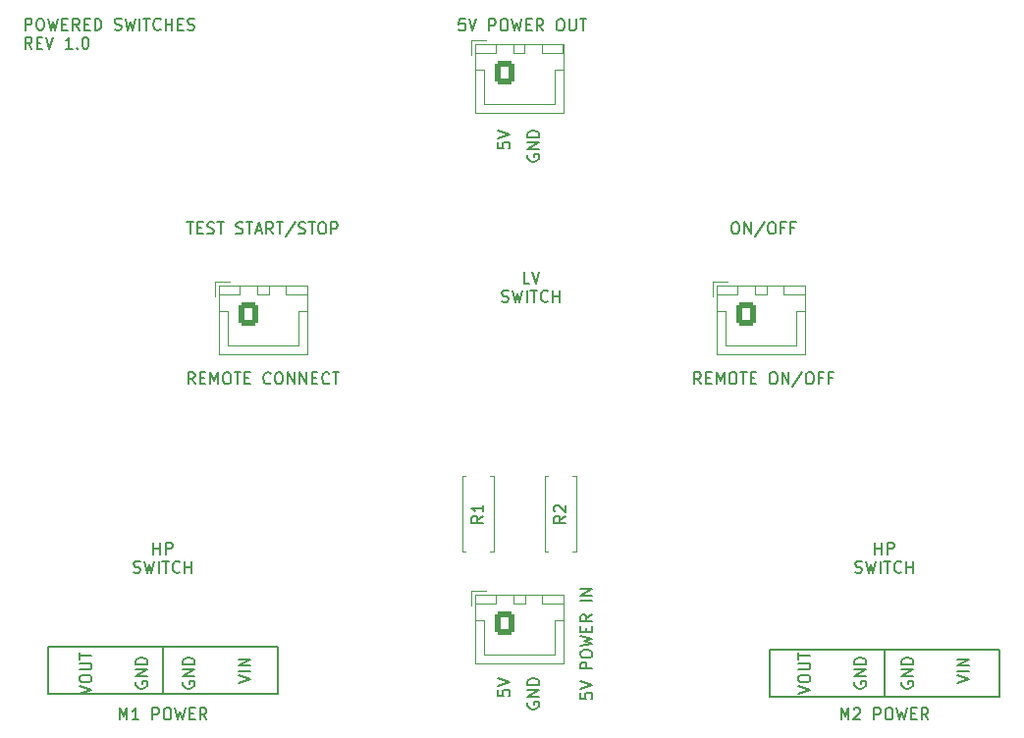
<source format=gto>
%TF.GenerationSoftware,KiCad,Pcbnew,6.0.11-2627ca5db0~126~ubuntu20.04.1*%
%TF.CreationDate,2023-02-06T13:11:46-05:00*%
%TF.ProjectId,PowerSwitches,506f7765-7253-4776-9974-636865732e6b,rev?*%
%TF.SameCoordinates,Original*%
%TF.FileFunction,Legend,Top*%
%TF.FilePolarity,Positive*%
%FSLAX46Y46*%
G04 Gerber Fmt 4.6, Leading zero omitted, Abs format (unit mm)*
G04 Created by KiCad (PCBNEW 6.0.11-2627ca5db0~126~ubuntu20.04.1) date 2023-02-06 13:11:46*
%MOMM*%
%LPD*%
G01*
G04 APERTURE LIST*
G04 Aperture macros list*
%AMRoundRect*
0 Rectangle with rounded corners*
0 $1 Rounding radius*
0 $2 $3 $4 $5 $6 $7 $8 $9 X,Y pos of 4 corners*
0 Add a 4 corners polygon primitive as box body*
4,1,4,$2,$3,$4,$5,$6,$7,$8,$9,$2,$3,0*
0 Add four circle primitives for the rounded corners*
1,1,$1+$1,$2,$3*
1,1,$1+$1,$4,$5*
1,1,$1+$1,$6,$7*
1,1,$1+$1,$8,$9*
0 Add four rect primitives between the rounded corners*
20,1,$1+$1,$2,$3,$4,$5,0*
20,1,$1+$1,$4,$5,$6,$7,0*
20,1,$1+$1,$6,$7,$8,$9,0*
20,1,$1+$1,$8,$9,$2,$3,0*%
G04 Aperture macros list end*
%ADD10C,0.150000*%
%ADD11C,0.120000*%
%ADD12C,1.524000*%
%ADD13C,7.200000*%
%ADD14RoundRect,0.250000X-0.600000X-0.750000X0.600000X-0.750000X0.600000X0.750000X-0.600000X0.750000X0*%
%ADD15O,1.700000X2.000000*%
%ADD16C,1.600000*%
%ADD17O,1.600000X1.600000*%
G04 APERTURE END LIST*
D10*
X105664000Y-99568000D02*
X115570000Y-99568000D01*
X115570000Y-99568000D02*
X115570000Y-103632000D01*
X115570000Y-103632000D02*
X105664000Y-103632000D01*
X105664000Y-103632000D02*
X105664000Y-99568000D01*
X115570000Y-99568000D02*
X125476000Y-99568000D01*
X125476000Y-99568000D02*
X125476000Y-103632000D01*
X125476000Y-103632000D02*
X115570000Y-103632000D01*
X115570000Y-103632000D02*
X115570000Y-99568000D01*
X177800000Y-99822000D02*
X187706000Y-99822000D01*
X187706000Y-99822000D02*
X187706000Y-103886000D01*
X187706000Y-103886000D02*
X177800000Y-103886000D01*
X177800000Y-103886000D02*
X177800000Y-99822000D01*
X167894000Y-99822000D02*
X177800000Y-99822000D01*
X177800000Y-99822000D02*
X177800000Y-103886000D01*
X177800000Y-103886000D02*
X167894000Y-103886000D01*
X167894000Y-103886000D02*
X167894000Y-99822000D01*
X151598380Y-103575904D02*
X151598380Y-104052095D01*
X152074571Y-104099714D01*
X152026952Y-104052095D01*
X151979333Y-103956857D01*
X151979333Y-103718761D01*
X152026952Y-103623523D01*
X152074571Y-103575904D01*
X152169809Y-103528285D01*
X152407904Y-103528285D01*
X152503142Y-103575904D01*
X152550761Y-103623523D01*
X152598380Y-103718761D01*
X152598380Y-103956857D01*
X152550761Y-104052095D01*
X152503142Y-104099714D01*
X151598380Y-103242571D02*
X152598380Y-102909238D01*
X151598380Y-102575904D01*
X152598380Y-101480666D02*
X151598380Y-101480666D01*
X151598380Y-101099714D01*
X151646000Y-101004476D01*
X151693619Y-100956857D01*
X151788857Y-100909238D01*
X151931714Y-100909238D01*
X152026952Y-100956857D01*
X152074571Y-101004476D01*
X152122190Y-101099714D01*
X152122190Y-101480666D01*
X151598380Y-100290190D02*
X151598380Y-100099714D01*
X151646000Y-100004476D01*
X151741238Y-99909238D01*
X151931714Y-99861619D01*
X152265047Y-99861619D01*
X152455523Y-99909238D01*
X152550761Y-100004476D01*
X152598380Y-100099714D01*
X152598380Y-100290190D01*
X152550761Y-100385428D01*
X152455523Y-100480666D01*
X152265047Y-100528285D01*
X151931714Y-100528285D01*
X151741238Y-100480666D01*
X151646000Y-100385428D01*
X151598380Y-100290190D01*
X151598380Y-99528285D02*
X152598380Y-99290190D01*
X151884095Y-99099714D01*
X152598380Y-98909238D01*
X151598380Y-98671142D01*
X152074571Y-98290190D02*
X152074571Y-97956857D01*
X152598380Y-97814000D02*
X152598380Y-98290190D01*
X151598380Y-98290190D01*
X151598380Y-97814000D01*
X152598380Y-96814000D02*
X152122190Y-97147333D01*
X152598380Y-97385428D02*
X151598380Y-97385428D01*
X151598380Y-97004476D01*
X151646000Y-96909238D01*
X151693619Y-96861619D01*
X151788857Y-96814000D01*
X151931714Y-96814000D01*
X152026952Y-96861619D01*
X152074571Y-96909238D01*
X152122190Y-97004476D01*
X152122190Y-97385428D01*
X152598380Y-95623523D02*
X151598380Y-95623523D01*
X152598380Y-95147333D02*
X151598380Y-95147333D01*
X152598380Y-94575904D01*
X151598380Y-94575904D01*
X108418380Y-103615904D02*
X109418380Y-103282571D01*
X108418380Y-102949238D01*
X108418380Y-102425428D02*
X108418380Y-102234952D01*
X108466000Y-102139714D01*
X108561238Y-102044476D01*
X108751714Y-101996857D01*
X109085047Y-101996857D01*
X109275523Y-102044476D01*
X109370761Y-102139714D01*
X109418380Y-102234952D01*
X109418380Y-102425428D01*
X109370761Y-102520666D01*
X109275523Y-102615904D01*
X109085047Y-102663523D01*
X108751714Y-102663523D01*
X108561238Y-102615904D01*
X108466000Y-102520666D01*
X108418380Y-102425428D01*
X108418380Y-101568285D02*
X109227904Y-101568285D01*
X109323142Y-101520666D01*
X109370761Y-101473047D01*
X109418380Y-101377809D01*
X109418380Y-101187333D01*
X109370761Y-101092095D01*
X109323142Y-101044476D01*
X109227904Y-100996857D01*
X108418380Y-100996857D01*
X108418380Y-100663523D02*
X108418380Y-100092095D01*
X109418380Y-100377809D02*
X108418380Y-100377809D01*
X175268000Y-102615904D02*
X175220380Y-102711142D01*
X175220380Y-102854000D01*
X175268000Y-102996857D01*
X175363238Y-103092095D01*
X175458476Y-103139714D01*
X175648952Y-103187333D01*
X175791809Y-103187333D01*
X175982285Y-103139714D01*
X176077523Y-103092095D01*
X176172761Y-102996857D01*
X176220380Y-102854000D01*
X176220380Y-102758761D01*
X176172761Y-102615904D01*
X176125142Y-102568285D01*
X175791809Y-102568285D01*
X175791809Y-102758761D01*
X176220380Y-102139714D02*
X175220380Y-102139714D01*
X176220380Y-101568285D01*
X175220380Y-101568285D01*
X176220380Y-101092095D02*
X175220380Y-101092095D01*
X175220380Y-100854000D01*
X175268000Y-100711142D01*
X175363238Y-100615904D01*
X175458476Y-100568285D01*
X175648952Y-100520666D01*
X175791809Y-100520666D01*
X175982285Y-100568285D01*
X176077523Y-100615904D01*
X176172761Y-100711142D01*
X176220380Y-100854000D01*
X176220380Y-101092095D01*
X147074000Y-57149904D02*
X147026380Y-57245142D01*
X147026380Y-57388000D01*
X147074000Y-57530857D01*
X147169238Y-57626095D01*
X147264476Y-57673714D01*
X147454952Y-57721333D01*
X147597809Y-57721333D01*
X147788285Y-57673714D01*
X147883523Y-57626095D01*
X147978761Y-57530857D01*
X148026380Y-57388000D01*
X148026380Y-57292761D01*
X147978761Y-57149904D01*
X147931142Y-57102285D01*
X147597809Y-57102285D01*
X147597809Y-57292761D01*
X148026380Y-56673714D02*
X147026380Y-56673714D01*
X148026380Y-56102285D01*
X147026380Y-56102285D01*
X148026380Y-55626095D02*
X147026380Y-55626095D01*
X147026380Y-55388000D01*
X147074000Y-55245142D01*
X147169238Y-55149904D01*
X147264476Y-55102285D01*
X147454952Y-55054666D01*
X147597809Y-55054666D01*
X147788285Y-55102285D01*
X147883523Y-55149904D01*
X147978761Y-55245142D01*
X148026380Y-55388000D01*
X148026380Y-55626095D01*
X118348857Y-76906380D02*
X118015523Y-76430190D01*
X117777428Y-76906380D02*
X117777428Y-75906380D01*
X118158380Y-75906380D01*
X118253619Y-75954000D01*
X118301238Y-76001619D01*
X118348857Y-76096857D01*
X118348857Y-76239714D01*
X118301238Y-76334952D01*
X118253619Y-76382571D01*
X118158380Y-76430190D01*
X117777428Y-76430190D01*
X118777428Y-76382571D02*
X119110761Y-76382571D01*
X119253619Y-76906380D02*
X118777428Y-76906380D01*
X118777428Y-75906380D01*
X119253619Y-75906380D01*
X119682190Y-76906380D02*
X119682190Y-75906380D01*
X120015523Y-76620666D01*
X120348857Y-75906380D01*
X120348857Y-76906380D01*
X121015523Y-75906380D02*
X121206000Y-75906380D01*
X121301238Y-75954000D01*
X121396476Y-76049238D01*
X121444095Y-76239714D01*
X121444095Y-76573047D01*
X121396476Y-76763523D01*
X121301238Y-76858761D01*
X121206000Y-76906380D01*
X121015523Y-76906380D01*
X120920285Y-76858761D01*
X120825047Y-76763523D01*
X120777428Y-76573047D01*
X120777428Y-76239714D01*
X120825047Y-76049238D01*
X120920285Y-75954000D01*
X121015523Y-75906380D01*
X121729809Y-75906380D02*
X122301238Y-75906380D01*
X122015523Y-76906380D02*
X122015523Y-75906380D01*
X122634571Y-76382571D02*
X122967904Y-76382571D01*
X123110761Y-76906380D02*
X122634571Y-76906380D01*
X122634571Y-75906380D01*
X123110761Y-75906380D01*
X124872666Y-76811142D02*
X124825047Y-76858761D01*
X124682190Y-76906380D01*
X124586952Y-76906380D01*
X124444095Y-76858761D01*
X124348857Y-76763523D01*
X124301238Y-76668285D01*
X124253619Y-76477809D01*
X124253619Y-76334952D01*
X124301238Y-76144476D01*
X124348857Y-76049238D01*
X124444095Y-75954000D01*
X124586952Y-75906380D01*
X124682190Y-75906380D01*
X124825047Y-75954000D01*
X124872666Y-76001619D01*
X125491714Y-75906380D02*
X125682190Y-75906380D01*
X125777428Y-75954000D01*
X125872666Y-76049238D01*
X125920285Y-76239714D01*
X125920285Y-76573047D01*
X125872666Y-76763523D01*
X125777428Y-76858761D01*
X125682190Y-76906380D01*
X125491714Y-76906380D01*
X125396476Y-76858761D01*
X125301238Y-76763523D01*
X125253619Y-76573047D01*
X125253619Y-76239714D01*
X125301238Y-76049238D01*
X125396476Y-75954000D01*
X125491714Y-75906380D01*
X126348857Y-76906380D02*
X126348857Y-75906380D01*
X126920285Y-76906380D01*
X126920285Y-75906380D01*
X127396476Y-76906380D02*
X127396476Y-75906380D01*
X127967904Y-76906380D01*
X127967904Y-75906380D01*
X128444095Y-76382571D02*
X128777428Y-76382571D01*
X128920285Y-76906380D02*
X128444095Y-76906380D01*
X128444095Y-75906380D01*
X128920285Y-75906380D01*
X129920285Y-76811142D02*
X129872666Y-76858761D01*
X129729809Y-76906380D01*
X129634571Y-76906380D01*
X129491714Y-76858761D01*
X129396476Y-76763523D01*
X129348857Y-76668285D01*
X129301238Y-76477809D01*
X129301238Y-76334952D01*
X129348857Y-76144476D01*
X129396476Y-76049238D01*
X129491714Y-75954000D01*
X129634571Y-75906380D01*
X129729809Y-75906380D01*
X129872666Y-75954000D01*
X129920285Y-76001619D01*
X130206000Y-75906380D02*
X130777428Y-75906380D01*
X130491714Y-76906380D02*
X130491714Y-75906380D01*
X114784285Y-91595380D02*
X114784285Y-90595380D01*
X114784285Y-91071571D02*
X115355714Y-91071571D01*
X115355714Y-91595380D02*
X115355714Y-90595380D01*
X115831904Y-91595380D02*
X115831904Y-90595380D01*
X116212857Y-90595380D01*
X116308095Y-90643000D01*
X116355714Y-90690619D01*
X116403333Y-90785857D01*
X116403333Y-90928714D01*
X116355714Y-91023952D01*
X116308095Y-91071571D01*
X116212857Y-91119190D01*
X115831904Y-91119190D01*
X113070000Y-93157761D02*
X113212857Y-93205380D01*
X113450952Y-93205380D01*
X113546190Y-93157761D01*
X113593809Y-93110142D01*
X113641428Y-93014904D01*
X113641428Y-92919666D01*
X113593809Y-92824428D01*
X113546190Y-92776809D01*
X113450952Y-92729190D01*
X113260476Y-92681571D01*
X113165238Y-92633952D01*
X113117619Y-92586333D01*
X113070000Y-92491095D01*
X113070000Y-92395857D01*
X113117619Y-92300619D01*
X113165238Y-92253000D01*
X113260476Y-92205380D01*
X113498571Y-92205380D01*
X113641428Y-92253000D01*
X113974761Y-92205380D02*
X114212857Y-93205380D01*
X114403333Y-92491095D01*
X114593809Y-93205380D01*
X114831904Y-92205380D01*
X115212857Y-93205380D02*
X115212857Y-92205380D01*
X115546190Y-92205380D02*
X116117619Y-92205380D01*
X115831904Y-93205380D02*
X115831904Y-92205380D01*
X117022380Y-93110142D02*
X116974761Y-93157761D01*
X116831904Y-93205380D01*
X116736666Y-93205380D01*
X116593809Y-93157761D01*
X116498571Y-93062523D01*
X116450952Y-92967285D01*
X116403333Y-92776809D01*
X116403333Y-92633952D01*
X116450952Y-92443476D01*
X116498571Y-92348238D01*
X116593809Y-92253000D01*
X116736666Y-92205380D01*
X116831904Y-92205380D01*
X116974761Y-92253000D01*
X117022380Y-92300619D01*
X117450952Y-93205380D02*
X117450952Y-92205380D01*
X117450952Y-92681571D02*
X118022380Y-92681571D01*
X118022380Y-93205380D02*
X118022380Y-92205380D01*
X177014285Y-91595380D02*
X177014285Y-90595380D01*
X177014285Y-91071571D02*
X177585714Y-91071571D01*
X177585714Y-91595380D02*
X177585714Y-90595380D01*
X178061904Y-91595380D02*
X178061904Y-90595380D01*
X178442857Y-90595380D01*
X178538095Y-90643000D01*
X178585714Y-90690619D01*
X178633333Y-90785857D01*
X178633333Y-90928714D01*
X178585714Y-91023952D01*
X178538095Y-91071571D01*
X178442857Y-91119190D01*
X178061904Y-91119190D01*
X175300000Y-93157761D02*
X175442857Y-93205380D01*
X175680952Y-93205380D01*
X175776190Y-93157761D01*
X175823809Y-93110142D01*
X175871428Y-93014904D01*
X175871428Y-92919666D01*
X175823809Y-92824428D01*
X175776190Y-92776809D01*
X175680952Y-92729190D01*
X175490476Y-92681571D01*
X175395238Y-92633952D01*
X175347619Y-92586333D01*
X175300000Y-92491095D01*
X175300000Y-92395857D01*
X175347619Y-92300619D01*
X175395238Y-92253000D01*
X175490476Y-92205380D01*
X175728571Y-92205380D01*
X175871428Y-92253000D01*
X176204761Y-92205380D02*
X176442857Y-93205380D01*
X176633333Y-92491095D01*
X176823809Y-93205380D01*
X177061904Y-92205380D01*
X177442857Y-93205380D02*
X177442857Y-92205380D01*
X177776190Y-92205380D02*
X178347619Y-92205380D01*
X178061904Y-93205380D02*
X178061904Y-92205380D01*
X179252380Y-93110142D02*
X179204761Y-93157761D01*
X179061904Y-93205380D01*
X178966666Y-93205380D01*
X178823809Y-93157761D01*
X178728571Y-93062523D01*
X178680952Y-92967285D01*
X178633333Y-92776809D01*
X178633333Y-92633952D01*
X178680952Y-92443476D01*
X178728571Y-92348238D01*
X178823809Y-92253000D01*
X178966666Y-92205380D01*
X179061904Y-92205380D01*
X179204761Y-92253000D01*
X179252380Y-92300619D01*
X179680952Y-93205380D02*
X179680952Y-92205380D01*
X179680952Y-92681571D02*
X180252380Y-92681571D01*
X180252380Y-93205380D02*
X180252380Y-92205380D01*
X184110380Y-102695238D02*
X185110380Y-102361904D01*
X184110380Y-102028571D01*
X185110380Y-101695238D02*
X184110380Y-101695238D01*
X185110380Y-101219047D02*
X184110380Y-101219047D01*
X185110380Y-100647619D01*
X184110380Y-100647619D01*
X170394380Y-103615904D02*
X171394380Y-103282571D01*
X170394380Y-102949238D01*
X170394380Y-102425428D02*
X170394380Y-102234952D01*
X170442000Y-102139714D01*
X170537238Y-102044476D01*
X170727714Y-101996857D01*
X171061047Y-101996857D01*
X171251523Y-102044476D01*
X171346761Y-102139714D01*
X171394380Y-102234952D01*
X171394380Y-102425428D01*
X171346761Y-102520666D01*
X171251523Y-102615904D01*
X171061047Y-102663523D01*
X170727714Y-102663523D01*
X170537238Y-102615904D01*
X170442000Y-102520666D01*
X170394380Y-102425428D01*
X170394380Y-101568285D02*
X171203904Y-101568285D01*
X171299142Y-101520666D01*
X171346761Y-101473047D01*
X171394380Y-101377809D01*
X171394380Y-101187333D01*
X171346761Y-101092095D01*
X171299142Y-101044476D01*
X171203904Y-100996857D01*
X170394380Y-100996857D01*
X170394380Y-100663523D02*
X170394380Y-100092095D01*
X171394380Y-100377809D02*
X170394380Y-100377809D01*
X141629428Y-45426380D02*
X141153238Y-45426380D01*
X141105619Y-45902571D01*
X141153238Y-45854952D01*
X141248476Y-45807333D01*
X141486571Y-45807333D01*
X141581809Y-45854952D01*
X141629428Y-45902571D01*
X141677047Y-45997809D01*
X141677047Y-46235904D01*
X141629428Y-46331142D01*
X141581809Y-46378761D01*
X141486571Y-46426380D01*
X141248476Y-46426380D01*
X141153238Y-46378761D01*
X141105619Y-46331142D01*
X141962761Y-45426380D02*
X142296095Y-46426380D01*
X142629428Y-45426380D01*
X143724666Y-46426380D02*
X143724666Y-45426380D01*
X144105619Y-45426380D01*
X144200857Y-45474000D01*
X144248476Y-45521619D01*
X144296095Y-45616857D01*
X144296095Y-45759714D01*
X144248476Y-45854952D01*
X144200857Y-45902571D01*
X144105619Y-45950190D01*
X143724666Y-45950190D01*
X144915142Y-45426380D02*
X145105619Y-45426380D01*
X145200857Y-45474000D01*
X145296095Y-45569238D01*
X145343714Y-45759714D01*
X145343714Y-46093047D01*
X145296095Y-46283523D01*
X145200857Y-46378761D01*
X145105619Y-46426380D01*
X144915142Y-46426380D01*
X144819904Y-46378761D01*
X144724666Y-46283523D01*
X144677047Y-46093047D01*
X144677047Y-45759714D01*
X144724666Y-45569238D01*
X144819904Y-45474000D01*
X144915142Y-45426380D01*
X145677047Y-45426380D02*
X145915142Y-46426380D01*
X146105619Y-45712095D01*
X146296095Y-46426380D01*
X146534190Y-45426380D01*
X146915142Y-45902571D02*
X147248476Y-45902571D01*
X147391333Y-46426380D02*
X146915142Y-46426380D01*
X146915142Y-45426380D01*
X147391333Y-45426380D01*
X148391333Y-46426380D02*
X148058000Y-45950190D01*
X147819904Y-46426380D02*
X147819904Y-45426380D01*
X148200857Y-45426380D01*
X148296095Y-45474000D01*
X148343714Y-45521619D01*
X148391333Y-45616857D01*
X148391333Y-45759714D01*
X148343714Y-45854952D01*
X148296095Y-45902571D01*
X148200857Y-45950190D01*
X147819904Y-45950190D01*
X149772285Y-45426380D02*
X149962761Y-45426380D01*
X150058000Y-45474000D01*
X150153238Y-45569238D01*
X150200857Y-45759714D01*
X150200857Y-46093047D01*
X150153238Y-46283523D01*
X150058000Y-46378761D01*
X149962761Y-46426380D01*
X149772285Y-46426380D01*
X149677047Y-46378761D01*
X149581809Y-46283523D01*
X149534190Y-46093047D01*
X149534190Y-45759714D01*
X149581809Y-45569238D01*
X149677047Y-45474000D01*
X149772285Y-45426380D01*
X150629428Y-45426380D02*
X150629428Y-46235904D01*
X150677047Y-46331142D01*
X150724666Y-46378761D01*
X150819904Y-46426380D01*
X151010380Y-46426380D01*
X151105619Y-46378761D01*
X151153238Y-46331142D01*
X151200857Y-46235904D01*
X151200857Y-45426380D01*
X151534190Y-45426380D02*
X152105619Y-45426380D01*
X151819904Y-46426380D02*
X151819904Y-45426380D01*
X111831904Y-105862380D02*
X111831904Y-104862380D01*
X112165238Y-105576666D01*
X112498571Y-104862380D01*
X112498571Y-105862380D01*
X113498571Y-105862380D02*
X112927142Y-105862380D01*
X113212857Y-105862380D02*
X113212857Y-104862380D01*
X113117619Y-105005238D01*
X113022380Y-105100476D01*
X112927142Y-105148095D01*
X114689047Y-105862380D02*
X114689047Y-104862380D01*
X115070000Y-104862380D01*
X115165238Y-104910000D01*
X115212857Y-104957619D01*
X115260476Y-105052857D01*
X115260476Y-105195714D01*
X115212857Y-105290952D01*
X115165238Y-105338571D01*
X115070000Y-105386190D01*
X114689047Y-105386190D01*
X115879523Y-104862380D02*
X116070000Y-104862380D01*
X116165238Y-104910000D01*
X116260476Y-105005238D01*
X116308095Y-105195714D01*
X116308095Y-105529047D01*
X116260476Y-105719523D01*
X116165238Y-105814761D01*
X116070000Y-105862380D01*
X115879523Y-105862380D01*
X115784285Y-105814761D01*
X115689047Y-105719523D01*
X115641428Y-105529047D01*
X115641428Y-105195714D01*
X115689047Y-105005238D01*
X115784285Y-104910000D01*
X115879523Y-104862380D01*
X116641428Y-104862380D02*
X116879523Y-105862380D01*
X117070000Y-105148095D01*
X117260476Y-105862380D01*
X117498571Y-104862380D01*
X117879523Y-105338571D02*
X118212857Y-105338571D01*
X118355714Y-105862380D02*
X117879523Y-105862380D01*
X117879523Y-104862380D01*
X118355714Y-104862380D01*
X119355714Y-105862380D02*
X119022380Y-105386190D01*
X118784285Y-105862380D02*
X118784285Y-104862380D01*
X119165238Y-104862380D01*
X119260476Y-104910000D01*
X119308095Y-104957619D01*
X119355714Y-105052857D01*
X119355714Y-105195714D01*
X119308095Y-105290952D01*
X119260476Y-105338571D01*
X119165238Y-105386190D01*
X118784285Y-105386190D01*
X161981238Y-76906380D02*
X161647904Y-76430190D01*
X161409809Y-76906380D02*
X161409809Y-75906380D01*
X161790761Y-75906380D01*
X161886000Y-75954000D01*
X161933619Y-76001619D01*
X161981238Y-76096857D01*
X161981238Y-76239714D01*
X161933619Y-76334952D01*
X161886000Y-76382571D01*
X161790761Y-76430190D01*
X161409809Y-76430190D01*
X162409809Y-76382571D02*
X162743142Y-76382571D01*
X162886000Y-76906380D02*
X162409809Y-76906380D01*
X162409809Y-75906380D01*
X162886000Y-75906380D01*
X163314571Y-76906380D02*
X163314571Y-75906380D01*
X163647904Y-76620666D01*
X163981238Y-75906380D01*
X163981238Y-76906380D01*
X164647904Y-75906380D02*
X164838380Y-75906380D01*
X164933619Y-75954000D01*
X165028857Y-76049238D01*
X165076476Y-76239714D01*
X165076476Y-76573047D01*
X165028857Y-76763523D01*
X164933619Y-76858761D01*
X164838380Y-76906380D01*
X164647904Y-76906380D01*
X164552666Y-76858761D01*
X164457428Y-76763523D01*
X164409809Y-76573047D01*
X164409809Y-76239714D01*
X164457428Y-76049238D01*
X164552666Y-75954000D01*
X164647904Y-75906380D01*
X165362190Y-75906380D02*
X165933619Y-75906380D01*
X165647904Y-76906380D02*
X165647904Y-75906380D01*
X166266952Y-76382571D02*
X166600285Y-76382571D01*
X166743142Y-76906380D02*
X166266952Y-76906380D01*
X166266952Y-75906380D01*
X166743142Y-75906380D01*
X168124095Y-75906380D02*
X168314571Y-75906380D01*
X168409809Y-75954000D01*
X168505047Y-76049238D01*
X168552666Y-76239714D01*
X168552666Y-76573047D01*
X168505047Y-76763523D01*
X168409809Y-76858761D01*
X168314571Y-76906380D01*
X168124095Y-76906380D01*
X168028857Y-76858761D01*
X167933619Y-76763523D01*
X167886000Y-76573047D01*
X167886000Y-76239714D01*
X167933619Y-76049238D01*
X168028857Y-75954000D01*
X168124095Y-75906380D01*
X168981238Y-76906380D02*
X168981238Y-75906380D01*
X169552666Y-76906380D01*
X169552666Y-75906380D01*
X170743142Y-75858761D02*
X169886000Y-77144476D01*
X171266952Y-75906380D02*
X171457428Y-75906380D01*
X171552666Y-75954000D01*
X171647904Y-76049238D01*
X171695523Y-76239714D01*
X171695523Y-76573047D01*
X171647904Y-76763523D01*
X171552666Y-76858761D01*
X171457428Y-76906380D01*
X171266952Y-76906380D01*
X171171714Y-76858761D01*
X171076476Y-76763523D01*
X171028857Y-76573047D01*
X171028857Y-76239714D01*
X171076476Y-76049238D01*
X171171714Y-75954000D01*
X171266952Y-75906380D01*
X172457428Y-76382571D02*
X172124095Y-76382571D01*
X172124095Y-76906380D02*
X172124095Y-75906380D01*
X172600285Y-75906380D01*
X173314571Y-76382571D02*
X172981238Y-76382571D01*
X172981238Y-76906380D02*
X172981238Y-75906380D01*
X173457428Y-75906380D01*
X122134380Y-102695238D02*
X123134380Y-102361904D01*
X122134380Y-102028571D01*
X123134380Y-101695238D02*
X122134380Y-101695238D01*
X123134380Y-101219047D02*
X122134380Y-101219047D01*
X123134380Y-100647619D01*
X122134380Y-100647619D01*
X144486380Y-103314476D02*
X144486380Y-103790666D01*
X144962571Y-103838285D01*
X144914952Y-103790666D01*
X144867333Y-103695428D01*
X144867333Y-103457333D01*
X144914952Y-103362095D01*
X144962571Y-103314476D01*
X145057809Y-103266857D01*
X145295904Y-103266857D01*
X145391142Y-103314476D01*
X145438761Y-103362095D01*
X145486380Y-103457333D01*
X145486380Y-103695428D01*
X145438761Y-103790666D01*
X145391142Y-103838285D01*
X144486380Y-102981142D02*
X145486380Y-102647809D01*
X144486380Y-102314476D01*
X117658380Y-62952380D02*
X118229809Y-62952380D01*
X117944095Y-63952380D02*
X117944095Y-62952380D01*
X118563142Y-63428571D02*
X118896476Y-63428571D01*
X119039333Y-63952380D02*
X118563142Y-63952380D01*
X118563142Y-62952380D01*
X119039333Y-62952380D01*
X119420285Y-63904761D02*
X119563142Y-63952380D01*
X119801238Y-63952380D01*
X119896476Y-63904761D01*
X119944095Y-63857142D01*
X119991714Y-63761904D01*
X119991714Y-63666666D01*
X119944095Y-63571428D01*
X119896476Y-63523809D01*
X119801238Y-63476190D01*
X119610761Y-63428571D01*
X119515523Y-63380952D01*
X119467904Y-63333333D01*
X119420285Y-63238095D01*
X119420285Y-63142857D01*
X119467904Y-63047619D01*
X119515523Y-63000000D01*
X119610761Y-62952380D01*
X119848857Y-62952380D01*
X119991714Y-63000000D01*
X120277428Y-62952380D02*
X120848857Y-62952380D01*
X120563142Y-63952380D02*
X120563142Y-62952380D01*
X121896476Y-63904761D02*
X122039333Y-63952380D01*
X122277428Y-63952380D01*
X122372666Y-63904761D01*
X122420285Y-63857142D01*
X122467904Y-63761904D01*
X122467904Y-63666666D01*
X122420285Y-63571428D01*
X122372666Y-63523809D01*
X122277428Y-63476190D01*
X122086952Y-63428571D01*
X121991714Y-63380952D01*
X121944095Y-63333333D01*
X121896476Y-63238095D01*
X121896476Y-63142857D01*
X121944095Y-63047619D01*
X121991714Y-63000000D01*
X122086952Y-62952380D01*
X122325047Y-62952380D01*
X122467904Y-63000000D01*
X122753619Y-62952380D02*
X123325047Y-62952380D01*
X123039333Y-63952380D02*
X123039333Y-62952380D01*
X123610761Y-63666666D02*
X124086952Y-63666666D01*
X123515523Y-63952380D02*
X123848857Y-62952380D01*
X124182190Y-63952380D01*
X125086952Y-63952380D02*
X124753619Y-63476190D01*
X124515523Y-63952380D02*
X124515523Y-62952380D01*
X124896476Y-62952380D01*
X124991714Y-63000000D01*
X125039333Y-63047619D01*
X125086952Y-63142857D01*
X125086952Y-63285714D01*
X125039333Y-63380952D01*
X124991714Y-63428571D01*
X124896476Y-63476190D01*
X124515523Y-63476190D01*
X125372666Y-62952380D02*
X125944095Y-62952380D01*
X125658380Y-63952380D02*
X125658380Y-62952380D01*
X126991714Y-62904761D02*
X126134571Y-64190476D01*
X127277428Y-63904761D02*
X127420285Y-63952380D01*
X127658380Y-63952380D01*
X127753619Y-63904761D01*
X127801238Y-63857142D01*
X127848857Y-63761904D01*
X127848857Y-63666666D01*
X127801238Y-63571428D01*
X127753619Y-63523809D01*
X127658380Y-63476190D01*
X127467904Y-63428571D01*
X127372666Y-63380952D01*
X127325047Y-63333333D01*
X127277428Y-63238095D01*
X127277428Y-63142857D01*
X127325047Y-63047619D01*
X127372666Y-63000000D01*
X127467904Y-62952380D01*
X127706000Y-62952380D01*
X127848857Y-63000000D01*
X128134571Y-62952380D02*
X128705999Y-62952380D01*
X128420285Y-63952380D02*
X128420285Y-62952380D01*
X129229809Y-62952380D02*
X129420285Y-62952380D01*
X129515523Y-63000000D01*
X129610761Y-63095238D01*
X129658380Y-63285714D01*
X129658380Y-63619047D01*
X129610761Y-63809523D01*
X129515523Y-63904761D01*
X129420285Y-63952380D01*
X129229809Y-63952380D01*
X129134571Y-63904761D01*
X129039333Y-63809523D01*
X128991714Y-63619047D01*
X128991714Y-63285714D01*
X129039333Y-63095238D01*
X129134571Y-63000000D01*
X129229809Y-62952380D01*
X130086952Y-63952380D02*
X130086952Y-62952380D01*
X130467904Y-62952380D01*
X130563142Y-63000000D01*
X130610761Y-63047619D01*
X130658380Y-63142857D01*
X130658380Y-63285714D01*
X130610761Y-63380952D01*
X130563142Y-63428571D01*
X130467904Y-63476190D01*
X130086952Y-63476190D01*
X113292000Y-102615904D02*
X113244380Y-102711142D01*
X113244380Y-102854000D01*
X113292000Y-102996857D01*
X113387238Y-103092095D01*
X113482476Y-103139714D01*
X113672952Y-103187333D01*
X113815809Y-103187333D01*
X114006285Y-103139714D01*
X114101523Y-103092095D01*
X114196761Y-102996857D01*
X114244380Y-102854000D01*
X114244380Y-102758761D01*
X114196761Y-102615904D01*
X114149142Y-102568285D01*
X113815809Y-102568285D01*
X113815809Y-102758761D01*
X114244380Y-102139714D02*
X113244380Y-102139714D01*
X114244380Y-101568285D01*
X113244380Y-101568285D01*
X114244380Y-101092095D02*
X113244380Y-101092095D01*
X113244380Y-100854000D01*
X113292000Y-100711142D01*
X113387238Y-100615904D01*
X113482476Y-100568285D01*
X113672952Y-100520666D01*
X113815809Y-100520666D01*
X114006285Y-100568285D01*
X114101523Y-100615904D01*
X114196761Y-100711142D01*
X114244380Y-100854000D01*
X114244380Y-101092095D01*
X164862190Y-62952380D02*
X165052666Y-62952380D01*
X165147904Y-63000000D01*
X165243142Y-63095238D01*
X165290761Y-63285714D01*
X165290761Y-63619047D01*
X165243142Y-63809523D01*
X165147904Y-63904761D01*
X165052666Y-63952380D01*
X164862190Y-63952380D01*
X164766952Y-63904761D01*
X164671714Y-63809523D01*
X164624095Y-63619047D01*
X164624095Y-63285714D01*
X164671714Y-63095238D01*
X164766952Y-63000000D01*
X164862190Y-62952380D01*
X165719333Y-63952380D02*
X165719333Y-62952380D01*
X166290761Y-63952380D01*
X166290761Y-62952380D01*
X167481238Y-62904761D02*
X166624095Y-64190476D01*
X168005047Y-62952380D02*
X168195523Y-62952380D01*
X168290761Y-63000000D01*
X168386000Y-63095238D01*
X168433619Y-63285714D01*
X168433619Y-63619047D01*
X168386000Y-63809523D01*
X168290761Y-63904761D01*
X168195523Y-63952380D01*
X168005047Y-63952380D01*
X167909809Y-63904761D01*
X167814571Y-63809523D01*
X167766952Y-63619047D01*
X167766952Y-63285714D01*
X167814571Y-63095238D01*
X167909809Y-63000000D01*
X168005047Y-62952380D01*
X169195523Y-63428571D02*
X168862190Y-63428571D01*
X168862190Y-63952380D02*
X168862190Y-62952380D01*
X169338380Y-62952380D01*
X170052666Y-63428571D02*
X169719333Y-63428571D01*
X169719333Y-63952380D02*
X169719333Y-62952380D01*
X170195523Y-62952380D01*
X117356000Y-102615904D02*
X117308380Y-102711142D01*
X117308380Y-102854000D01*
X117356000Y-102996857D01*
X117451238Y-103092095D01*
X117546476Y-103139714D01*
X117736952Y-103187333D01*
X117879809Y-103187333D01*
X118070285Y-103139714D01*
X118165523Y-103092095D01*
X118260761Y-102996857D01*
X118308380Y-102854000D01*
X118308380Y-102758761D01*
X118260761Y-102615904D01*
X118213142Y-102568285D01*
X117879809Y-102568285D01*
X117879809Y-102758761D01*
X118308380Y-102139714D02*
X117308380Y-102139714D01*
X118308380Y-101568285D01*
X117308380Y-101568285D01*
X118308380Y-101092095D02*
X117308380Y-101092095D01*
X117308380Y-100854000D01*
X117356000Y-100711142D01*
X117451238Y-100615904D01*
X117546476Y-100568285D01*
X117736952Y-100520666D01*
X117879809Y-100520666D01*
X118070285Y-100568285D01*
X118165523Y-100615904D01*
X118260761Y-100711142D01*
X118308380Y-100854000D01*
X118308380Y-101092095D01*
X174061904Y-105862380D02*
X174061904Y-104862380D01*
X174395238Y-105576666D01*
X174728571Y-104862380D01*
X174728571Y-105862380D01*
X175157142Y-104957619D02*
X175204761Y-104910000D01*
X175300000Y-104862380D01*
X175538095Y-104862380D01*
X175633333Y-104910000D01*
X175680952Y-104957619D01*
X175728571Y-105052857D01*
X175728571Y-105148095D01*
X175680952Y-105290952D01*
X175109523Y-105862380D01*
X175728571Y-105862380D01*
X176919047Y-105862380D02*
X176919047Y-104862380D01*
X177300000Y-104862380D01*
X177395238Y-104910000D01*
X177442857Y-104957619D01*
X177490476Y-105052857D01*
X177490476Y-105195714D01*
X177442857Y-105290952D01*
X177395238Y-105338571D01*
X177300000Y-105386190D01*
X176919047Y-105386190D01*
X178109523Y-104862380D02*
X178300000Y-104862380D01*
X178395238Y-104910000D01*
X178490476Y-105005238D01*
X178538095Y-105195714D01*
X178538095Y-105529047D01*
X178490476Y-105719523D01*
X178395238Y-105814761D01*
X178300000Y-105862380D01*
X178109523Y-105862380D01*
X178014285Y-105814761D01*
X177919047Y-105719523D01*
X177871428Y-105529047D01*
X177871428Y-105195714D01*
X177919047Y-105005238D01*
X178014285Y-104910000D01*
X178109523Y-104862380D01*
X178871428Y-104862380D02*
X179109523Y-105862380D01*
X179300000Y-105148095D01*
X179490476Y-105862380D01*
X179728571Y-104862380D01*
X180109523Y-105338571D02*
X180442857Y-105338571D01*
X180585714Y-105862380D02*
X180109523Y-105862380D01*
X180109523Y-104862380D01*
X180585714Y-104862380D01*
X181585714Y-105862380D02*
X181252380Y-105386190D01*
X181014285Y-105862380D02*
X181014285Y-104862380D01*
X181395238Y-104862380D01*
X181490476Y-104910000D01*
X181538095Y-104957619D01*
X181585714Y-105052857D01*
X181585714Y-105195714D01*
X181538095Y-105290952D01*
X181490476Y-105338571D01*
X181395238Y-105386190D01*
X181014285Y-105386190D01*
X144486380Y-56070476D02*
X144486380Y-56546666D01*
X144962571Y-56594285D01*
X144914952Y-56546666D01*
X144867333Y-56451428D01*
X144867333Y-56213333D01*
X144914952Y-56118095D01*
X144962571Y-56070476D01*
X145057809Y-56022857D01*
X145295904Y-56022857D01*
X145391142Y-56070476D01*
X145438761Y-56118095D01*
X145486380Y-56213333D01*
X145486380Y-56451428D01*
X145438761Y-56546666D01*
X145391142Y-56594285D01*
X144486380Y-55737142D02*
X145486380Y-55403809D01*
X144486380Y-55070476D01*
X147200952Y-68227380D02*
X146724761Y-68227380D01*
X146724761Y-67227380D01*
X147391428Y-67227380D02*
X147724761Y-68227380D01*
X148058095Y-67227380D01*
X144820000Y-69789761D02*
X144962857Y-69837380D01*
X145200952Y-69837380D01*
X145296190Y-69789761D01*
X145343809Y-69742142D01*
X145391428Y-69646904D01*
X145391428Y-69551666D01*
X145343809Y-69456428D01*
X145296190Y-69408809D01*
X145200952Y-69361190D01*
X145010476Y-69313571D01*
X144915238Y-69265952D01*
X144867619Y-69218333D01*
X144820000Y-69123095D01*
X144820000Y-69027857D01*
X144867619Y-68932619D01*
X144915238Y-68885000D01*
X145010476Y-68837380D01*
X145248571Y-68837380D01*
X145391428Y-68885000D01*
X145724761Y-68837380D02*
X145962857Y-69837380D01*
X146153333Y-69123095D01*
X146343809Y-69837380D01*
X146581904Y-68837380D01*
X146962857Y-69837380D02*
X146962857Y-68837380D01*
X147296190Y-68837380D02*
X147867619Y-68837380D01*
X147581904Y-69837380D02*
X147581904Y-68837380D01*
X148772380Y-69742142D02*
X148724761Y-69789761D01*
X148581904Y-69837380D01*
X148486666Y-69837380D01*
X148343809Y-69789761D01*
X148248571Y-69694523D01*
X148200952Y-69599285D01*
X148153333Y-69408809D01*
X148153333Y-69265952D01*
X148200952Y-69075476D01*
X148248571Y-68980238D01*
X148343809Y-68885000D01*
X148486666Y-68837380D01*
X148581904Y-68837380D01*
X148724761Y-68885000D01*
X148772380Y-68932619D01*
X149200952Y-69837380D02*
X149200952Y-68837380D01*
X149200952Y-69313571D02*
X149772380Y-69313571D01*
X149772380Y-69837380D02*
X149772380Y-68837380D01*
X179332000Y-102615904D02*
X179284380Y-102711142D01*
X179284380Y-102854000D01*
X179332000Y-102996857D01*
X179427238Y-103092095D01*
X179522476Y-103139714D01*
X179712952Y-103187333D01*
X179855809Y-103187333D01*
X180046285Y-103139714D01*
X180141523Y-103092095D01*
X180236761Y-102996857D01*
X180284380Y-102854000D01*
X180284380Y-102758761D01*
X180236761Y-102615904D01*
X180189142Y-102568285D01*
X179855809Y-102568285D01*
X179855809Y-102758761D01*
X180284380Y-102139714D02*
X179284380Y-102139714D01*
X180284380Y-101568285D01*
X179284380Y-101568285D01*
X180284380Y-101092095D02*
X179284380Y-101092095D01*
X179284380Y-100854000D01*
X179332000Y-100711142D01*
X179427238Y-100615904D01*
X179522476Y-100568285D01*
X179712952Y-100520666D01*
X179855809Y-100520666D01*
X180046285Y-100568285D01*
X180141523Y-100615904D01*
X180236761Y-100711142D01*
X180284380Y-100854000D01*
X180284380Y-101092095D01*
X147074000Y-104393904D02*
X147026380Y-104489142D01*
X147026380Y-104632000D01*
X147074000Y-104774857D01*
X147169238Y-104870095D01*
X147264476Y-104917714D01*
X147454952Y-104965333D01*
X147597809Y-104965333D01*
X147788285Y-104917714D01*
X147883523Y-104870095D01*
X147978761Y-104774857D01*
X148026380Y-104632000D01*
X148026380Y-104536761D01*
X147978761Y-104393904D01*
X147931142Y-104346285D01*
X147597809Y-104346285D01*
X147597809Y-104536761D01*
X148026380Y-103917714D02*
X147026380Y-103917714D01*
X148026380Y-103346285D01*
X147026380Y-103346285D01*
X148026380Y-102870095D02*
X147026380Y-102870095D01*
X147026380Y-102632000D01*
X147074000Y-102489142D01*
X147169238Y-102393904D01*
X147264476Y-102346285D01*
X147454952Y-102298666D01*
X147597809Y-102298666D01*
X147788285Y-102346285D01*
X147883523Y-102393904D01*
X147978761Y-102489142D01*
X148026380Y-102632000D01*
X148026380Y-102870095D01*
X103713595Y-46383380D02*
X103713595Y-45383380D01*
X104094547Y-45383380D01*
X104189785Y-45431000D01*
X104237404Y-45478619D01*
X104285023Y-45573857D01*
X104285023Y-45716714D01*
X104237404Y-45811952D01*
X104189785Y-45859571D01*
X104094547Y-45907190D01*
X103713595Y-45907190D01*
X104904071Y-45383380D02*
X105094547Y-45383380D01*
X105189785Y-45431000D01*
X105285023Y-45526238D01*
X105332642Y-45716714D01*
X105332642Y-46050047D01*
X105285023Y-46240523D01*
X105189785Y-46335761D01*
X105094547Y-46383380D01*
X104904071Y-46383380D01*
X104808833Y-46335761D01*
X104713595Y-46240523D01*
X104665976Y-46050047D01*
X104665976Y-45716714D01*
X104713595Y-45526238D01*
X104808833Y-45431000D01*
X104904071Y-45383380D01*
X105665976Y-45383380D02*
X105904071Y-46383380D01*
X106094547Y-45669095D01*
X106285023Y-46383380D01*
X106523119Y-45383380D01*
X106904071Y-45859571D02*
X107237404Y-45859571D01*
X107380261Y-46383380D02*
X106904071Y-46383380D01*
X106904071Y-45383380D01*
X107380261Y-45383380D01*
X108380261Y-46383380D02*
X108046928Y-45907190D01*
X107808833Y-46383380D02*
X107808833Y-45383380D01*
X108189785Y-45383380D01*
X108285023Y-45431000D01*
X108332642Y-45478619D01*
X108380261Y-45573857D01*
X108380261Y-45716714D01*
X108332642Y-45811952D01*
X108285023Y-45859571D01*
X108189785Y-45907190D01*
X107808833Y-45907190D01*
X108808833Y-45859571D02*
X109142166Y-45859571D01*
X109285023Y-46383380D02*
X108808833Y-46383380D01*
X108808833Y-45383380D01*
X109285023Y-45383380D01*
X109713595Y-46383380D02*
X109713595Y-45383380D01*
X109951690Y-45383380D01*
X110094547Y-45431000D01*
X110189785Y-45526238D01*
X110237404Y-45621476D01*
X110285023Y-45811952D01*
X110285023Y-45954809D01*
X110237404Y-46145285D01*
X110189785Y-46240523D01*
X110094547Y-46335761D01*
X109951690Y-46383380D01*
X109713595Y-46383380D01*
X111427880Y-46335761D02*
X111570738Y-46383380D01*
X111808833Y-46383380D01*
X111904071Y-46335761D01*
X111951690Y-46288142D01*
X111999309Y-46192904D01*
X111999309Y-46097666D01*
X111951690Y-46002428D01*
X111904071Y-45954809D01*
X111808833Y-45907190D01*
X111618357Y-45859571D01*
X111523119Y-45811952D01*
X111475500Y-45764333D01*
X111427880Y-45669095D01*
X111427880Y-45573857D01*
X111475500Y-45478619D01*
X111523119Y-45431000D01*
X111618357Y-45383380D01*
X111856452Y-45383380D01*
X111999309Y-45431000D01*
X112332642Y-45383380D02*
X112570738Y-46383380D01*
X112761214Y-45669095D01*
X112951690Y-46383380D01*
X113189785Y-45383380D01*
X113570738Y-46383380D02*
X113570738Y-45383380D01*
X113904071Y-45383380D02*
X114475500Y-45383380D01*
X114189785Y-46383380D02*
X114189785Y-45383380D01*
X115380261Y-46288142D02*
X115332642Y-46335761D01*
X115189785Y-46383380D01*
X115094547Y-46383380D01*
X114951690Y-46335761D01*
X114856452Y-46240523D01*
X114808833Y-46145285D01*
X114761214Y-45954809D01*
X114761214Y-45811952D01*
X114808833Y-45621476D01*
X114856452Y-45526238D01*
X114951690Y-45431000D01*
X115094547Y-45383380D01*
X115189785Y-45383380D01*
X115332642Y-45431000D01*
X115380261Y-45478619D01*
X115808833Y-46383380D02*
X115808833Y-45383380D01*
X115808833Y-45859571D02*
X116380261Y-45859571D01*
X116380261Y-46383380D02*
X116380261Y-45383380D01*
X116856452Y-45859571D02*
X117189785Y-45859571D01*
X117332642Y-46383380D02*
X116856452Y-46383380D01*
X116856452Y-45383380D01*
X117332642Y-45383380D01*
X117713595Y-46335761D02*
X117856452Y-46383380D01*
X118094547Y-46383380D01*
X118189785Y-46335761D01*
X118237404Y-46288142D01*
X118285023Y-46192904D01*
X118285023Y-46097666D01*
X118237404Y-46002428D01*
X118189785Y-45954809D01*
X118094547Y-45907190D01*
X117904071Y-45859571D01*
X117808833Y-45811952D01*
X117761214Y-45764333D01*
X117713595Y-45669095D01*
X117713595Y-45573857D01*
X117761214Y-45478619D01*
X117808833Y-45431000D01*
X117904071Y-45383380D01*
X118142166Y-45383380D01*
X118285023Y-45431000D01*
X104285023Y-47993380D02*
X103951690Y-47517190D01*
X103713595Y-47993380D02*
X103713595Y-46993380D01*
X104094547Y-46993380D01*
X104189785Y-47041000D01*
X104237404Y-47088619D01*
X104285023Y-47183857D01*
X104285023Y-47326714D01*
X104237404Y-47421952D01*
X104189785Y-47469571D01*
X104094547Y-47517190D01*
X103713595Y-47517190D01*
X104713595Y-47469571D02*
X105046928Y-47469571D01*
X105189785Y-47993380D02*
X104713595Y-47993380D01*
X104713595Y-46993380D01*
X105189785Y-46993380D01*
X105475500Y-46993380D02*
X105808833Y-47993380D01*
X106142166Y-46993380D01*
X107761214Y-47993380D02*
X107189785Y-47993380D01*
X107475500Y-47993380D02*
X107475500Y-46993380D01*
X107380261Y-47136238D01*
X107285023Y-47231476D01*
X107189785Y-47279095D01*
X108189785Y-47898142D02*
X108237404Y-47945761D01*
X108189785Y-47993380D01*
X108142166Y-47945761D01*
X108189785Y-47898142D01*
X108189785Y-47993380D01*
X108856452Y-46993380D02*
X108951690Y-46993380D01*
X109046928Y-47041000D01*
X109094547Y-47088619D01*
X109142166Y-47183857D01*
X109189785Y-47374333D01*
X109189785Y-47612428D01*
X109142166Y-47802904D01*
X109094547Y-47898142D01*
X109046928Y-47945761D01*
X108951690Y-47993380D01*
X108856452Y-47993380D01*
X108761214Y-47945761D01*
X108713595Y-47898142D01*
X108665976Y-47802904D01*
X108618357Y-47612428D01*
X108618357Y-47374333D01*
X108665976Y-47183857D01*
X108713595Y-47088619D01*
X108761214Y-47041000D01*
X108856452Y-46993380D01*
X143200380Y-88304666D02*
X142724190Y-88638000D01*
X143200380Y-88876095D02*
X142200380Y-88876095D01*
X142200380Y-88495142D01*
X142248000Y-88399904D01*
X142295619Y-88352285D01*
X142390857Y-88304666D01*
X142533714Y-88304666D01*
X142628952Y-88352285D01*
X142676571Y-88399904D01*
X142724190Y-88495142D01*
X142724190Y-88876095D01*
X143200380Y-87352285D02*
X143200380Y-87923714D01*
X143200380Y-87638000D02*
X142200380Y-87638000D01*
X142343238Y-87733238D01*
X142438476Y-87828476D01*
X142486095Y-87923714D01*
X150312380Y-88304666D02*
X149836190Y-88638000D01*
X150312380Y-88876095D02*
X149312380Y-88876095D01*
X149312380Y-88495142D01*
X149360000Y-88399904D01*
X149407619Y-88352285D01*
X149502857Y-88304666D01*
X149645714Y-88304666D01*
X149740952Y-88352285D01*
X149788571Y-88399904D01*
X149836190Y-88495142D01*
X149836190Y-88876095D01*
X149407619Y-87923714D02*
X149360000Y-87876095D01*
X149312380Y-87780857D01*
X149312380Y-87542761D01*
X149360000Y-87447523D01*
X149407619Y-87399904D01*
X149502857Y-87352285D01*
X149598095Y-87352285D01*
X149740952Y-87399904D01*
X150312380Y-87971333D01*
X150312380Y-87352285D01*
D11*
X144284000Y-47588000D02*
X142484000Y-47588000D01*
X145784000Y-47588000D02*
X145784000Y-48338000D01*
X143234000Y-49838000D02*
X143234000Y-52788000D01*
X150084000Y-49838000D02*
X149334000Y-49838000D01*
X142474000Y-47578000D02*
X142474000Y-53548000D01*
X144284000Y-48338000D02*
X144284000Y-47588000D01*
X142474000Y-53548000D02*
X150094000Y-53548000D01*
X149334000Y-52788000D02*
X146284000Y-52788000D01*
X150094000Y-53548000D02*
X150094000Y-47578000D01*
X143234000Y-52788000D02*
X146284000Y-52788000D01*
X148284000Y-47588000D02*
X148284000Y-48338000D01*
X150084000Y-47588000D02*
X148284000Y-47588000D01*
X143434000Y-47288000D02*
X142184000Y-47288000D01*
X142484000Y-49838000D02*
X143234000Y-49838000D01*
X145784000Y-48338000D02*
X146784000Y-48338000D01*
X142484000Y-47588000D02*
X142484000Y-48338000D01*
X148284000Y-48338000D02*
X150084000Y-48338000D01*
X146784000Y-48338000D02*
X146784000Y-47588000D01*
X150084000Y-48338000D02*
X150084000Y-47588000D01*
X142184000Y-47288000D02*
X142184000Y-48538000D01*
X142484000Y-48338000D02*
X144284000Y-48338000D01*
X149334000Y-49838000D02*
X149334000Y-52788000D01*
X150094000Y-47578000D02*
X142474000Y-47578000D01*
X146784000Y-47588000D02*
X145784000Y-47588000D01*
X144118000Y-91408000D02*
X144118000Y-84868000D01*
X141378000Y-91408000D02*
X141378000Y-84868000D01*
X143788000Y-91408000D02*
X144118000Y-91408000D01*
X141708000Y-91408000D02*
X141378000Y-91408000D01*
X144118000Y-84868000D02*
X143788000Y-84868000D01*
X141378000Y-84868000D02*
X141708000Y-84868000D01*
X123706000Y-68399000D02*
X123706000Y-69149000D01*
X126206000Y-69149000D02*
X128006000Y-69149000D01*
X124706000Y-68399000D02*
X123706000Y-68399000D01*
X126206000Y-68399000D02*
X126206000Y-69149000D01*
X120106000Y-68099000D02*
X120106000Y-69349000D01*
X123706000Y-69149000D02*
X124706000Y-69149000D01*
X122206000Y-68399000D02*
X120406000Y-68399000D01*
X128016000Y-68389000D02*
X120396000Y-68389000D01*
X128006000Y-68399000D02*
X126206000Y-68399000D01*
X128016000Y-74359000D02*
X128016000Y-68389000D01*
X124706000Y-69149000D02*
X124706000Y-68399000D01*
X121356000Y-68099000D02*
X120106000Y-68099000D01*
X128006000Y-69149000D02*
X128006000Y-68399000D01*
X122206000Y-69149000D02*
X122206000Y-68399000D01*
X120396000Y-74359000D02*
X128016000Y-74359000D01*
X121156000Y-73599000D02*
X124206000Y-73599000D01*
X127256000Y-70649000D02*
X127256000Y-73599000D01*
X120406000Y-69149000D02*
X122206000Y-69149000D01*
X121156000Y-70649000D02*
X121156000Y-73599000D01*
X120406000Y-70649000D02*
X121156000Y-70649000D01*
X127256000Y-73599000D02*
X124206000Y-73599000D01*
X120406000Y-68399000D02*
X120406000Y-69149000D01*
X128006000Y-70649000D02*
X127256000Y-70649000D01*
X120396000Y-68389000D02*
X120396000Y-74359000D01*
X148304000Y-95069000D02*
X148304000Y-95819000D01*
X150104000Y-95819000D02*
X150104000Y-95069000D01*
X144304000Y-95069000D02*
X142504000Y-95069000D01*
X149354000Y-97319000D02*
X149354000Y-100269000D01*
X142494000Y-95059000D02*
X142494000Y-101029000D01*
X143454000Y-94769000D02*
X142204000Y-94769000D01*
X143254000Y-100269000D02*
X146304000Y-100269000D01*
X142504000Y-97319000D02*
X143254000Y-97319000D01*
X145804000Y-95819000D02*
X146804000Y-95819000D01*
X150104000Y-95069000D02*
X148304000Y-95069000D01*
X142494000Y-101029000D02*
X150114000Y-101029000D01*
X146804000Y-95819000D02*
X146804000Y-95069000D01*
X142504000Y-95819000D02*
X144304000Y-95819000D01*
X148304000Y-95819000D02*
X150104000Y-95819000D01*
X150114000Y-95059000D02*
X142494000Y-95059000D01*
X150114000Y-101029000D02*
X150114000Y-95059000D01*
X146804000Y-95069000D02*
X145804000Y-95069000D01*
X145804000Y-95069000D02*
X145804000Y-95819000D01*
X149354000Y-100269000D02*
X146304000Y-100269000D01*
X143254000Y-97319000D02*
X143254000Y-100269000D01*
X142504000Y-95069000D02*
X142504000Y-95819000D01*
X142204000Y-94769000D02*
X142204000Y-96019000D01*
X150104000Y-97319000D02*
X149354000Y-97319000D01*
X144304000Y-95819000D02*
X144304000Y-95069000D01*
X148490000Y-84868000D02*
X148820000Y-84868000D01*
X151230000Y-91408000D02*
X151230000Y-84868000D01*
X151230000Y-84868000D02*
X150900000Y-84868000D01*
X148490000Y-91408000D02*
X148490000Y-84868000D01*
X150900000Y-91408000D02*
X151230000Y-91408000D01*
X148820000Y-91408000D02*
X148490000Y-91408000D01*
X163332000Y-69149000D02*
X165132000Y-69149000D01*
X167632000Y-68399000D02*
X166632000Y-68399000D01*
X170182000Y-73599000D02*
X167132000Y-73599000D01*
X170932000Y-68399000D02*
X169132000Y-68399000D01*
X164082000Y-70649000D02*
X164082000Y-73599000D01*
X170942000Y-74359000D02*
X170942000Y-68389000D01*
X165132000Y-68399000D02*
X163332000Y-68399000D01*
X166632000Y-69149000D02*
X167632000Y-69149000D01*
X169132000Y-68399000D02*
X169132000Y-69149000D01*
X163322000Y-68389000D02*
X163322000Y-74359000D01*
X170932000Y-70649000D02*
X170182000Y-70649000D01*
X164082000Y-73599000D02*
X167132000Y-73599000D01*
X165132000Y-69149000D02*
X165132000Y-68399000D01*
X163332000Y-70649000D02*
X164082000Y-70649000D01*
X164282000Y-68099000D02*
X163032000Y-68099000D01*
X167632000Y-69149000D02*
X167632000Y-68399000D01*
X169132000Y-69149000D02*
X170932000Y-69149000D01*
X170942000Y-68389000D02*
X163322000Y-68389000D01*
X170932000Y-69149000D02*
X170932000Y-68399000D01*
X166632000Y-68399000D02*
X166632000Y-69149000D01*
X163322000Y-74359000D02*
X170942000Y-74359000D01*
X163332000Y-68399000D02*
X163332000Y-69149000D01*
X163032000Y-68099000D02*
X163032000Y-69349000D01*
X170182000Y-70649000D02*
X170182000Y-73599000D01*
%LPC*%
D12*
X124460000Y-100838000D03*
X124460000Y-98298000D03*
X124460000Y-95758000D03*
X124460000Y-93218000D03*
X124460000Y-90678000D03*
X124460000Y-88138000D03*
X124460000Y-85598000D03*
X124460000Y-83058000D03*
X106680000Y-83058000D03*
X106680000Y-85598000D03*
X106680000Y-88138000D03*
X106680000Y-90678000D03*
X106680000Y-93218000D03*
X106680000Y-95758000D03*
X106680000Y-98298000D03*
X106680000Y-100838000D03*
D13*
X195044000Y-48006000D03*
D14*
X145034000Y-50038000D03*
D15*
X147534000Y-50038000D03*
D16*
X142748000Y-91948000D03*
D17*
X142748000Y-84328000D03*
D14*
X122956000Y-70849000D03*
D15*
X125456000Y-70849000D03*
D12*
X140970000Y-60960000D03*
X140970000Y-63500000D03*
X140970000Y-66040000D03*
X140970000Y-68580000D03*
X140970000Y-71120000D03*
X140970000Y-73660000D03*
X140970000Y-76200000D03*
X153670000Y-73660000D03*
X153670000Y-71120000D03*
X153670000Y-68580000D03*
X153670000Y-66040000D03*
X153670000Y-63500000D03*
X153670000Y-60960000D03*
D14*
X145054000Y-97519000D03*
D15*
X147554000Y-97519000D03*
D12*
X170942000Y-60198000D03*
X163322000Y-60198000D03*
X170942000Y-55118000D03*
X163322000Y-55118000D03*
D13*
X98044000Y-47963000D03*
X195044000Y-104006000D03*
D16*
X149860000Y-91948000D03*
D17*
X149860000Y-84328000D03*
D13*
X98044000Y-104006000D03*
D12*
X128270000Y-60198000D03*
X120650000Y-60198000D03*
X128270000Y-55118000D03*
X120650000Y-55118000D03*
X186690000Y-101092000D03*
X186690000Y-98552000D03*
X186690000Y-96012000D03*
X186690000Y-93472000D03*
X186690000Y-90932000D03*
X186690000Y-88392000D03*
X186690000Y-85852000D03*
X186690000Y-83312000D03*
X168910000Y-83312000D03*
X168910000Y-85852000D03*
X168910000Y-88392000D03*
X168910000Y-90932000D03*
X168910000Y-93472000D03*
X168910000Y-96012000D03*
X168910000Y-98552000D03*
X168910000Y-101092000D03*
D14*
X165882000Y-70849000D03*
D15*
X168382000Y-70849000D03*
M02*

</source>
